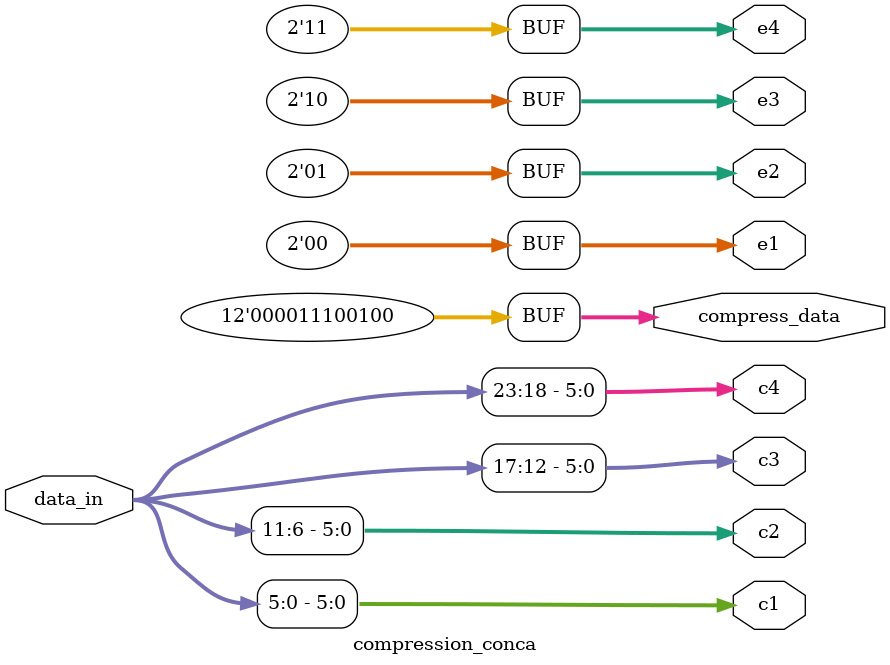
<source format=v>
module data_compression (data_in, c1, c2, c3, c4, e1, e2, e3, e4, compress_data);
  input [23:0] data_in;
  
  output [5:0] c1, c2, c3, c4;
  output [1:0] e1, e2, e3, e4;
  
  output [11:0] compress_data;
  
  compression_conca data_compression_concatenation(data_in, c1, c2, c3, c4, e1, e2, e3, e4, compress_data);
 
endmodule

module compression_conca (data_in, c1, c2, c3, c4, e1, e2, e3 ,e4, compress_data);

  input[23:0] data_in;
  output [5:0] c1, c2, c3, c4;
  
  output [1:0] e1, e2, e3 ,e4;
  output [11:0] compress_data;
  
  assign c1 = data_in[5:0];
  assign c2 = data_in[11:6];
  assign c3 = data_in[17:12];
  assign c4 = data_in[23:18];
  
  assign e1 = 2'b00;
  assign e2 = 2'b01;
  assign e3 = 2'b10;
  assign e4 = 2'b11;
  
  assign compress_data = {4'b0,e4,e3,e2,e1};
  
endmodule
</source>
